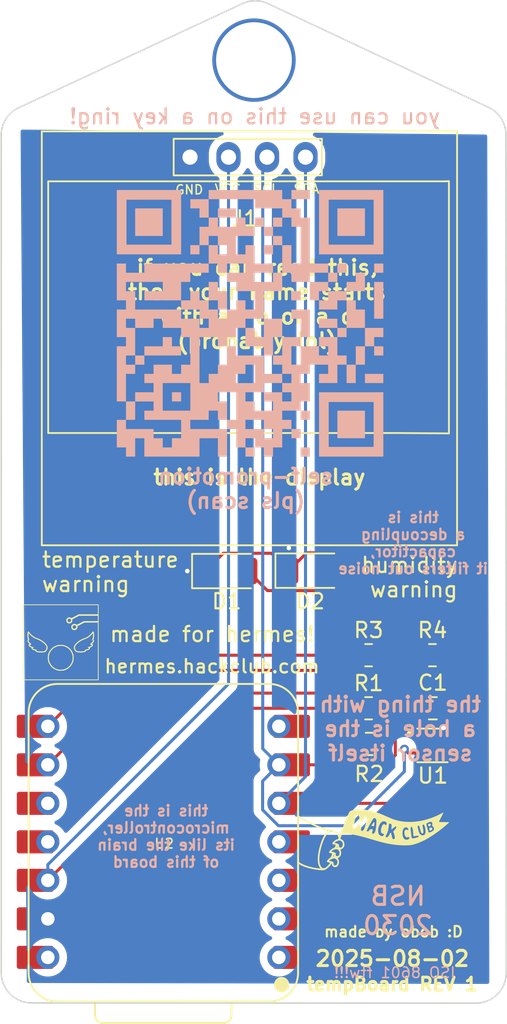
<source format=kicad_pcb>
(kicad_pcb (version 20240108) (generator "pcbnew") (generator_version "8.0")
  (layers (0 "F.Cu" signal) (31 "B.Cu" signal) (34 "B.Paste" user) (35 "F.Paste" user) (36 "B.SilkS" user "B.Silkscreen") (37 "F.SilkS" user "F.Silkscreen") (38 "B.Mask" user) (39 "F.Mask" user) (44 "Edge.Cuts" user))
  (net 0 "")
  (net 1 "GND")
  (net 2 "+3V3")
  (net 3 "SCL")
  (net 4 "SDA")
  (net 21 "Net-(D1-A)")
  (net 22 "Net-(D2-A)")
  (net 23 "TEMP")
  (net 24 "HUM")
  (footprint "LED_SMD:LED_1206_3216Metric" (layer "F.Cu") (at 164.7 87.2)
    (property "Reference" "D1" (at 0 2 0) (layer "F.SilkS"))
    (property "Value" "LED_RED")
    (pad "1" smd roundrect (at -1.4 0) (size 1.25 1.75) (layers "F.Cu" "F.Paste" "F.Mask") (roundrect_rratio 0.2) (net 1 "GND"))
    (pad "2" smd roundrect (at 1.4 0) (size 1.25 1.75) (layers "F.Cu" "F.Paste" "F.Mask") (roundrect_rratio 0.2) (net 21 "Net-(D1-A)"))
  )
  (footprint "LOGO" (layer "F.Cu") (at 153.75 91.9)
    (property "Reference" "G***" (hide yes))
    (property "Value" "LOGO" (hide yes))
  )
  (footprint "general:128x64OLED" (layer "F.Cu") (at 165.9 70.5)
    (property "Reference" "J1" (at 0 -6.55 0) (layer "F.SilkS"))
    (property "Value" "OLED_128X64_1.3_I2C")
    (pad "1" thru_hole oval (at -3.62 -10.6 90) (size 2 1.6) (drill 1) (layers "*.Cu" "*.Mask") (net 1 "GND"))
    (pad "2" thru_hole oval (at -1.08 -10.6 90) (size 2 1.6) (drill 1) (layers "*.Cu" "*.Mask") (net 2 "+3V3"))
    (pad "3" thru_hole oval (at 1.46 -10.6 90) (size 2 1.6) (drill 1) (layers "*.Cu" "*.Mask") (net 3 "SCL"))
    (pad "4" thru_hole oval (at 4 -10.6 90) (size 2 1.6) (drill 1) (layers "*.Cu" "*.Mask") (net 4 "SDA"))
  )
  (footprint "LED_SMD:LED_1206_3216Metric" (layer "F.Cu") (at 170.2 87.175)
    (property "Reference" "D2" (at 0 2.025 0) (layer "F.SilkS"))
    (property "Value" "LED_BLUE")
    (pad "1" smd roundrect (at -1.4 0) (size 1.25 1.75) (layers "F.Cu" "F.Paste" "F.Mask") (roundrect_rratio 0.2) (net 1 "GND"))
    (pad "2" smd roundrect (at 1.4 0) (size 1.25 1.75) (layers "F.Cu" "F.Paste" "F.Mask") (roundrect_rratio 0.2) (net 22 "Net-(D2-A)"))
  )
  (footprint "Capacitor_SMD:C_0805_2012Metric" (layer "F.Cu") (at 178.3 96.25)
    (property "Reference" "C1" (at 0 -1.68 0) (layer "F.SilkS"))
    (property "Value" "100n")
    (pad "1" smd roundrect (at -0.95 0) (size 1 1.45) (layers "F.Cu" "F.Paste" "F.Mask") (net 2 "+3V3"))
    (pad "2" smd roundrect (at 0.95 0) (size 1 1.45) (layers "F.Cu" "F.Paste" "F.Mask") (net 1 "GND"))
  )
  (footprint "LOGO" (layer "F.Cu") (at 174.4 104.9)
    (property "Reference" "G***" (hide yes))
    (property "Value" "LOGO" (hide yes))
  )
  (footprint "general:XIAO-RP2040-DIP" (layer "F.Cu") (at 160.52 105.06 180)
    (property "Reference" "U2" (at -0.055 -0.115 0) (layer "F.SilkS") (effects (font (size 0.635 0.635) (thickness 0.1016))))
    (property "Value" "XIAO-RP2040-DIP")
    (pad "1" smd roundrect (at -8.455 -7.62) (size 2.432 1.524) (layers "F.Cu" "F.Mask") (roundrect_rratio 0.1))
    (pad "1" thru_hole circle (at -7.62 -7.62) (size 1.524 1.524) (drill 0.889) (layers "*.Cu" "*.Mask"))
    (pad "2" smd roundrect (at -8.455 -5.08) (size 2.432 1.524) (layers "F.Cu" "F.Mask") (roundrect_rratio 0.1))
    (pad "2" thru_hole circle (at -7.62 -5.08) (size 1.524 1.524) (drill 0.889) (layers "*.Cu" "*.Mask"))
    (pad "3" smd roundrect (at -8.455 -2.54) (size 2.432 1.524) (layers "F.Cu" "F.Mask") (roundrect_rratio 0.1))
    (pad "3" thru_hole circle (at -7.62 -2.54) (size 1.524 1.524) (drill 0.889) (layers "*.Cu" "*.Mask"))
    (pad "4" smd roundrect (at -8.455 0) (size 2.432 1.524) (layers "F.Cu" "F.Mask") (roundrect_rratio 0.1))
    (pad "4" thru_hole circle (at -7.62 0) (size 1.524 1.524) (drill 0.889) (layers "*.Cu" "*.Mask"))
    (pad "5" smd roundrect (at -8.455 2.54) (size 2.432 1.524) (layers "F.Cu" "F.Mask") (roundrect_rratio 0.1) (net 4 "SDA"))
    (pad "5" thru_hole circle (at -7.62 2.54) (size 1.524 1.524) (drill 0.889) (layers "*.Cu" "*.Mask") (net 4 "SDA"))
    (pad "6" smd roundrect (at -8.455 5.08) (size 2.432 1.524) (layers "F.Cu" "F.Mask") (roundrect_rratio 0.1) (net 3 "SCL"))
    (pad "6" thru_hole circle (at -7.62 5.08) (size 1.524 1.524) (drill 0.889) (layers "*.Cu" "*.Mask") (net 3 "SCL"))
    (pad "7" smd roundrect (at -8.455 7.62) (size 2.432 1.524) (layers "F.Cu" "F.Mask") (roundrect_rratio 0.1))
    (pad "7" thru_hole circle (at -7.62 7.62) (size 1.524 1.524) (drill 0.889) (layers "*.Cu" "*.Mask"))
    (pad "8" thru_hole circle (at 7.62 7.62 180) (size 1.524 1.524) (drill 0.889) (layers "*.Cu" "*.Mask") (net 23 "TEMP"))
    (pad "8" smd roundrect (at 8.455 7.62 180) (size 2.432 1.524) (layers "F.Cu" "F.Mask") (roundrect_rratio 0.1) (net 23 "TEMP"))
    (pad "9" thru_hole circle (at 7.62 5.08 180) (size 1.524 1.524) (drill 0.889) (layers "*.Cu" "*.Mask") (net 24 "HUM"))
    (pad "9" smd roundrect (at 8.455 5.08 180) (size 2.432 1.524) (layers "F.Cu" "F.Mask") (roundrect_rratio 0.1) (net 24 "HUM"))
    (pad "10" thru_hole circle (at 7.62 2.54 180) (size 1.524 1.524) (drill 0.889) (layers "*.Cu" "*.Mask"))
    (pad "10" smd roundrect (at 8.455 2.54 180) (size 2.432 1.524) (layers "F.Cu" "F.Mask") (roundrect_rratio 0.1))
    (pad "11" thru_hole circle (at 7.62 0 180) (size 1.524 1.524) (drill 0.889) (layers "*.Cu" "*.Mask"))
    (pad "11" smd roundrect (at 8.455 0 180) (size 2.432 1.524) (layers "F.Cu" "F.Mask") (roundrect_rratio 0.1))
    (pad "12" thru_hole circle (at 7.62 -2.54 180) (size 1.524 1.524) (drill 0.889) (layers "*.Cu" "*.Mask") (net 2 "+3V3"))
    (pad "12" smd roundrect (at 8.455 -2.54 180) (size 2.432 1.524) (layers "F.Cu" "F.Mask") (roundrect_rratio 0.1) (net 2 "+3V3"))
    (pad "13" thru_hole circle (at 7.62 -5.08 180) (size 1.524 1.524) (drill 0.889) (layers "*.Cu" "*.Mask") (net 1 "GND"))
    (pad "13" smd roundrect (at 8.455 -5.08 180) (size 2.432 1.524) (layers "F.Cu" "F.Mask") (roundrect_rratio 0.1) (net 1 "GND"))
    (pad "14" thru_hole circle (at 7.62 -7.62 180) (size 1.524 1.524) (drill 0.889) (layers "*.Cu" "*.Mask"))
    (pad "14" smd roundrect (at 8.455 -7.62 180) (size 2.432 1.524) (layers "F.Cu" "F.Mask") (roundrect_rratio 0.1))
  )
  (footprint "general:Sensirion_DFN-4-1EP_2x2mm_P1mm_EP0.7x1.6mm" (layer "F.Cu") (at 178.275 98.7)
    (property "Reference" "U1" (at 0.025 2 0) (layer "F.SilkS"))
    (property "Value" "SHTC3")
    (pad "1" smd roundrect (at -0.925 -0.5) (size 0.55 0.35) (layers "F.Cu" "F.Mask") (net 2 "+3V3"))
    (pad "2" smd roundrect (at -0.925 0.5) (size 0.55 0.35) (layers "F.Cu" "F.Mask") (net 3 "SCL"))
    (pad "3" smd roundrect (at 0.925 0.5) (size 0.55 0.35) (layers "F.Cu" "F.Mask") (net 4 "SDA"))
    (pad "4" smd roundrect (at 0.925 -0.5) (size 0.55 0.35) (layers "F.Cu" "F.Mask") (net 1 "GND"))
    (pad "5" smd roundrect (at 0 0) (size 0.7 1.6) (layers "F.Cu" "F.Mask") (net 1 "GND"))
  )
  (footprint "Resistor_SMD:R_0805_2012Metric" (layer "F.Cu") (at 174.0625 96.25)
    (property "Reference" "R1" (at 0 -1.65 0) (layer "F.SilkS"))
    (property "Value" "4k7")
    (pad "1" smd roundrect (at -0.9125 0) (size 1.025 1.4) (layers "F.Cu" "F.Paste" "F.Mask") (roundrect_rratio 0.243902) (net 2 "+3V3"))
    (pad "2" smd roundrect (at 0.9125 0) (size 1.025 1.4) (layers "F.Cu" "F.Paste" "F.Mask") (roundrect_rratio 0.243902) (net 4 "SDA"))
  )
  (footprint "Resistor_SMD:R_0805_2012Metric" (layer "F.Cu") (at 174.0625 92.75)
    (property "Reference" "R3" (at 0 -1.65 0) (layer "F.SilkS"))
    (property "Value" "220")
    (pad "1" smd roundrect (at -0.9125 0) (size 1.025 1.4) (layers "F.Cu" "F.Paste" "F.Mask") (roundrect_rratio 0.243902) (net 23 "TEMP"))
    (pad "2" smd roundrect (at 0.9125 0) (size 1.025 1.4) (layers "F.Cu" "F.Paste" "F.Mask") (roundrect_rratio 0.243902) (net 21 "Net-(D1-A)"))
  )
  (footprint "Resistor_SMD:R_0805_2012Metric" (layer "F.Cu") (at 174.1 98.6 180)
    (property "Reference" "R2" (at 0 -1.99 0) (layer "F.SilkS"))
    (property "Value" "4k7")
    (pad "1" smd roundrect (at -0.9125 0 180) (size 1.025 1.4) (layers "F.Cu" "F.Paste" "F.Mask") (roundrect_rratio 0.243902) (net 3 "SCL"))
    (pad "2" smd roundrect (at 0.9125 0 180) (size 1.025 1.4) (layers "F.Cu" "F.Paste" "F.Mask") (roundrect_rratio 0.243902) (net 2 "+3V3"))
  )
  (footprint "Resistor_SMD:R_0805_2012Metric" (layer "F.Cu") (at 178.275 92.75)
    (property "Reference" "R4" (at 0 -1.65 0) (layer "F.SilkS"))
    (property "Value" "220")
    (pad "1" smd roundrect (at -0.9125 0) (size 1.025 1.4) (layers "F.Cu" "F.Paste" "F.Mask") (roundrect_rratio 0.243902) (net 24 "HUM"))
    (pad "2" smd roundrect (at 0.9125 0) (size 1.025 1.4) (layers "F.Cu" "F.Paste" "F.Mask") (roundrect_rratio 0.243902) (net 22 "Net-(D2-A)"))
  )
  (footprint "LOGO" (layer "B.Cu") (at 166.25 70.85 180)
    (property "Reference" "G***" (hide yes))
    (property "Value" "LOGO" (hide yes))
  )
  (gr_line (start 181.169443 115.7) (end 151.817295 115.685364) (stroke (width 0.1)) (layer "Edge.Cuts"))
  (gr_arc (start 182.030949 56.641953) (mid 182.829696 57.379028) (end 183.125004 58.439125) (stroke (width 0.1)) (layer "Edge.Cuts"))
  (gr_arc (start 151.817295 115.685364) (mid 150.41 115.095757) (end 149.827998 113.6853) (stroke (width 0.1)) (layer "Edge.Cuts"))
  (gr_line (start 165.70512 49.786324) (end 150.948483 56.652215) (stroke (width 0.1)) (layer "Edge.Cuts"))
  (gr_line (start 183.125004 58.439125) (end 183.144543 113.724819) (stroke (width 0.1)) (layer "Edge.Cuts"))
  (gr_line (start 149.827998 113.6853) (end 149.825 58.574973) (stroke (width 0.1)) (layer "Edge.Cuts"))
  (gr_arc (start 149.825 58.574973) (mid 150.093317 57.441475) (end 150.946762 56.648693) (stroke (width 0.1)) (layer "Edge.Cuts"))
  (gr_line (start 167.487586 49.800974) (end 182.030949 56.641953) (stroke (width 0.1)) (layer "Edge.Cuts"))
  (gr_arc (start 165.70512 49.786324) (mid 166.598075 49.584087) (end 167.487586 49.800974) (stroke (width 0.1)) (layer "Edge.Cuts"))
  (gr_arc (start 183.144543 113.724819) (mid 182.558894 115.114294) (end 181.169443 115.7) (stroke (width 0.1)) (layer "Edge.Cuts"))
  (gr_text "this is\na decoupling\ncapactitor,\nit filters out noise" (at 177 87.45 -0) (layer "B.SilkS") (effects (font (size 0.7 0.7)) (justify bottom mirror)))
  (gr_text "the thing with\na hole is the\nsensor itself" (at 176.15 99.8 -0) (layer "B.SilkS") (effects (font (size 1 1) (thickness 0.2) (bold yes)) (justify bottom mirror)))
  (gr_text "ISO 8601 ftw!!!" (at 179.85 114.1 0) (layer "B.SilkS") (effects (font (size 0.7 0.7) (thickness 0.1)) (justify left bottom mirror)))
  (gr_text "NSB\n2030" (at 176 111.275 0) (layer "B.SilkS") (effects (font (size 1.2 1.2) (thickness 0.2) (bold yes)) (justify bottom mirror)))
  (gr_text "you can use this on a key ring!" (at 166.55 57.8 -0) (layer "B.SilkS") (effects (font (size 1 1)) (justify bottom mirror)))
  (gr_text "self-promotion\n(pls scan)" (at 165.95 83.15 -0) (layer "B.SilkS") (effects (font (size 1 1) (thickness 0.2) (bold yes)) (justify bottom mirror)))
  (gr_text "this is the\nmicrocontroller,\nits like the brain\nof this board" (at 160.7 106.8 -0) (layer "B.SilkS") (effects (font (size 0.7 0.7)) (justify bottom mirror)))
  (gr_text "tempBoard REV 1" (at 169.85 114.95 0) (layer "F.SilkS") (effects (font (size 0.85 0.85) (thickness 0.2) (bold yes)) (justify left bottom)))
  (gr_text "this is the display" (at 159.75 81.6 0) (layer "F.SilkS") (effects (font (size 1 1) (thickness 0.2) (bold yes)) (justify left bottom)))
  (gr_text "2025-08-02" (at 170.45 113.35 0) (layer "F.SilkS") (effects (font (size 1 1) (thickness 0.2) (bold yes)) (justify left bottom)))
  (gr_text "if you can read this,\nthen your name starts\nwith an o or a d\n(probably lol)" (at 166.7 72.6 0) (layer "F.SilkS") (effects (font (size 1 1) (thickness 0.2) (bold yes)) (justify bottom)))
  (gr_text "made by obob :D" (at 171.05 111.4 0) (layer "F.SilkS") (effects (font (size 0.7 0.7) (thickness 0.14) (bold yes)) (justify left bottom)))
  (gr_text "SCL" (at 166.4 62.35 0) (layer "F.SilkS") (effects (font (size 0.6 0.6) (thickness 0.1)) (justify left bottom)))
  (gr_text "made for hermes!" (at 156.9 91.95 0) (layer "F.SilkS") (effects (font (size 1 1)) (justify left bottom)))
  (gr_text "VCC" (at 163.85 62.35 0) (layer "F.SilkS") (effects (font (size 0.6 0.6) (thickness 0.1)) (justify left bottom)))
  (gr_text "SDA" (at 169.05 62.35 0) (layer "F.SilkS") (effects (font (size 0.6 0.6) (thickness 0.1)) (justify left bottom)))
  (gr_text "GND" (at 161.25 62.4 0) (layer "F.SilkS") (effects (font (size 0.6 0.6) (thickness 0.1)) (justify left bottom)))
  (gr_text "temperature\nwarning" (at 152.425 88.65 0) (layer "F.SilkS") (effects (font (size 1 1)) (justify left bottom)))
  (gr_text "hermes.hackclub.com" (at 156.55 94 0) (layer "F.SilkS") (effects (font (size 0.88 0.88)) (justify left bottom)))
  (gr_text "humidity\nwarning" (at 180.025 89 0) (layer "F.SilkS") (effects (font (size 1 1)) (justify right bottom)))
  (via (at 166.5 53.5) (size 5.5) (drill 5) (layers "F.Cu" "B.Cu") (net 0))
  (segment (start 163.3 87.2) (end 164.475 86.025) (width 0.2) (layer "F.Cu") (net 1))
  (segment (start 168.8 87.175) (end 168.8 85.68) (width 0.2) (layer "F.Cu") (net 1))
  (segment (start 179.25 96.25) (end 179.25 97.3) (width 0.2) (layer "F.Cu") (net 1))
  (segment (start 180 95.5) (end 180 92.065256) (width 0.2) (layer "F.Cu") (net 1))
  (segment (start 167.65 86.025) (end 168.8 87.175) (width 0.2) (layer "F.Cu") (net 1))
  (segment (start 180 92.065256) (end 173.934744 86) (width 0.2) (layer "F.Cu") (net 1))
  (segment (start 178.275 98.275) (end 179 97.55) (width 0.2) (layer "F.Cu") (net 1))
  (segment (start 179.2 98.2) (end 179.2 97.75) (width 0.2) (layer "F.Cu") (net 1))
  (segment (start 164.475 86.025) (end 167.65 86.025) (width 0.2) (layer "F.Cu") (net 1))
  (segment (start 163.3 87.2) (end 162.1 87.2) (width 0.2) (layer "F.Cu") (net 1))
  (segment (start 179.25 97.3) (end 179 97.55) (width 0.2) (layer "F.Cu") (net 1))
  (segment (start 179.25 96.25) (end 180 95.5) (width 0.2) (layer "F.Cu") (net 1))
  (segment (start 178.275 98.7) (end 178.275 98.275) (width 0.2) (layer "F.Cu") (net 1))
  (segment (start 179.2 97.75) (end 179 97.55) (width 0.2) (layer "F.Cu") (net 1))
  (segment (start 169.975 86) (end 168.8 87.175) (width 0.2) (layer "F.Cu") (net 1))
  (segment (start 179.2 96.3) (end 179.25 96.25) (width 0.2) (layer "F.Cu") (net 1))
  (segment (start 173.934744 86) (end 169.975 86) (width 0.2) (layer "F.Cu") (net 1))
  (via (at 179 97.55) (size 0.6) (drill 0.3) (layers "F.Cu" "B.Cu") (net 1))
  (via (at 162.1 87.2) (size 0.6) (drill 0.3) (layers "F.Cu" "B.Cu") (net 1))
  (via (at 168.8 85.68) (size 0.6) (drill 0.3) (layers "F.Cu" "B.Cu") (net 1))
  (segment (start 170.61 96.25) (end 164.25 96.25) (width 0.2) (layer "F.Cu") (net 2))
  (segment (start 172.96 98.6) (end 170.61 96.25) (width 0.2) (layer "F.Cu") (net 2))
  (segment (start 173.1875 98.6) (end 172.96 98.6) (width 0.2) (layer "F.Cu") (net 2))
  (segment (start 177.35 96.25) (end 176.35 95.25) (width 0.2) (layer "F.Cu") (net 2))
  (segment (start 176.35 95.25) (end 165.25 95.25) (width 0.2) (layer "F.Cu") (net 2))
  (segment (start 165.25 95.25) (end 164.25 96.25) (width 0.2) (layer "F.Cu") (net 2))
  (segment (start 164.25 96.25) (end 152.9 107.6) (width 0.2) (layer "F.Cu") (net 2))
  (segment (start 173.15 96.25) (end 170.61 96.25) (width 0.2) (layer "F.Cu") (net 2))
  (segment (start 177.35 98.2) (end 177.35 96.25) (width 0.2) (layer "F.Cu") (net 2))
  (segment (start 152.9 106.561895) (end 152.9 107.6) (width 0.2) (layer "B.Cu") (net 2))
  (segment (start 164.82 59.9) (end 164.82 94.641895) (width 0.2) (layer "B.Cu") (net 2))
  (segment (start 164.82 94.641895) (end 152.9 106.561895) (width 0.2) (layer "B.Cu") (net 2))
  (segment (start 173.6325 99.98) (end 168.975 99.98) (width 0.2) (layer "F.Cu") (net 3))
  (segment (start 175.0125 98.6) (end 173.6325 99.98) (width 0.2) (layer "F.Cu") (net 3))
  (segment (start 176.675 99.2) (end 176.425 98.95) (width 0.2) (layer "F.Cu") (net 3))
  (segment (start 177.35 99.2) (end 176.675 99.2) (width 0.2) (layer "F.Cu") (net 3))
  (via (at 176.425 98.95) (size 0.6) (drill 0.3) (layers "F.Cu" "B.Cu") (net 3))
  (segment (start 167.07 102.951895) (end 167.07 101.05) (width 0.2) (layer "B.Cu") (net 3))
  (segment (start 176.425 98.95) (end 176.425 100.415) (width 0.2) (layer "B.Cu") (net 3))
  (segment (start 167.36 59.9) (end 167.078 60.182) (width 0.2) (layer "B.Cu") (net 3))
  (segment (start 172.842 103.998) (end 168.116105 103.998) (width 0.2) (layer "B.Cu") (net 3))
  (segment (start 176.425 100.415) (end 172.842 103.998) (width 0.2) (layer "B.Cu") (net 3))
  (segment (start 167.078 98.918) (end 168.14 99.98) (width 0.2) (layer "B.Cu") (net 3))
  (segment (start 167.078 60.182) (end 167.078 98.918) (width 0.2) (layer "B.Cu") (net 3))
  (segment (start 168.116105 103.998) (end 167.07 102.951895) (width 0.2) (layer "B.Cu") (net 3))
  (segment (start 167.07 101.05) (end 168.14 99.98) (width 0.2) (layer "B.Cu") (net 3))
  (segment (start 174.975 96.25) (end 175.825 97.1) (width 0.2) (layer "F.Cu") (net 4))
  (segment (start 172.65 102.52) (end 168.975 102.52) (width 0.2) (layer "F.Cu") (net 4))
  (segment (start 175.825 97.1) (end 175.825 99.345) (width 0.2) (layer "F.Cu") (net 4))
  (segment (start 176.054999 102.52) (end 172.65 102.52) (width 0.2) (layer "F.Cu") (net 4))
  (segment (start 175.825 99.345) (end 172.65 102.52) (width 0.2) (layer "F.Cu") (net 4))
  (segment (start 179.2 99.374999) (end 176.054999 102.52) (width 0.2) (layer "F.Cu") (net 4))
  (segment (start 179.2 99.2) (end 179.2 99.374999) (width 0.2) (layer "F.Cu") (net 4))
  (segment (start 169.9 100.76) (end 168.14 102.52) (width 0.2) (layer "B.Cu") (net 4))
  (segment (start 169.9 59.9) (end 169.9 100.76) (width 0.2) (layer "B.Cu") (net 4))
  (segment (start 167.39 88.49) (end 166.1 87.2) (width 0.2) (layer "F.Cu") (net 21))
  (segment (start 170.715 88.49) (end 167.39 88.49) (width 0.2) (layer "F.Cu") (net 21))
  (segment (start 174.975 92.75) (end 170.715 88.49) (width 0.2) (layer "F.Cu") (net 21))
  (segment (start 173.6125 87.175) (end 179.1875 92.75) (width 0.2) (layer "F.Cu") (net 22))
  (segment (start 171.6 87.175) (end 173.6125 87.175) (width 0.2) (layer "F.Cu") (net 22))
  (segment (start 157.59 92.75) (end 152.9 97.44) (width 0.2) (layer "F.Cu") (net 23))
  (segment (start 173.15 92.75) (end 157.59 92.75) (width 0.2) (layer "F.Cu") (net 23))
  (segment (start 159.13 93.75) (end 152.9 99.98) (width 0.2) (layer "F.Cu") (net 24))
  (segment (start 176.3625 93.75) (end 159.13 93.75) (width 0.2) (layer "F.Cu") (net 24))
  (segment (start 177.3625 92.75) (end 176.3625 93.75) (width 0.2) (layer "F.Cu") (net 24))
  (zone (net 1) (net_name "GND") (layer "B.Cu") (connect_pads yes (clearance 0.5)) (min_thickness 0.25) (fill yes (thermal_gap 0.5) (thermal_bridge_width 0.5))
    (polygon (pts (xy 151.51 114.37) (xy 182.03 114.43) (xy 181.89 58.41) (xy 151.1 58.08)))
  )
)
</source>
